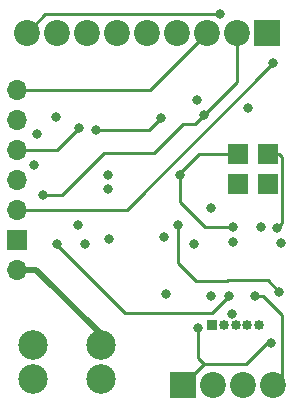
<source format=gbr>
%TF.GenerationSoftware,KiCad,Pcbnew,(7.0.0-0)*%
%TF.CreationDate,2023-02-23T11:22:35+01:00*%
%TF.ProjectId,KNeoPiX_v1.3,4b4e656f-5069-4585-9f76-312e332e6b69,rev?*%
%TF.SameCoordinates,Original*%
%TF.FileFunction,Copper,L2,Inr*%
%TF.FilePolarity,Positive*%
%FSLAX46Y46*%
G04 Gerber Fmt 4.6, Leading zero omitted, Abs format (unit mm)*
G04 Created by KiCad (PCBNEW (7.0.0-0)) date 2023-02-23 11:22:35*
%MOMM*%
%LPD*%
G01*
G04 APERTURE LIST*
%TA.AperFunction,ComponentPad*%
%ADD10C,1.875000*%
%TD*%
%TA.AperFunction,ComponentPad*%
%ADD11R,0.850000X0.850000*%
%TD*%
%TA.AperFunction,ComponentPad*%
%ADD12O,0.850000X0.850000*%
%TD*%
%TA.AperFunction,ComponentPad*%
%ADD13R,2.200000X2.200000*%
%TD*%
%TA.AperFunction,ComponentPad*%
%ADD14C,2.200000*%
%TD*%
%TA.AperFunction,ComponentPad*%
%ADD15O,1.700000X1.700000*%
%TD*%
%TA.AperFunction,ComponentPad*%
%ADD16R,1.700000X1.700000*%
%TD*%
%TA.AperFunction,ComponentPad*%
%ADD17C,2.500000*%
%TD*%
%TA.AperFunction,ViaPad*%
%ADD18C,0.800000*%
%TD*%
%TA.AperFunction,Conductor*%
%ADD19C,0.250000*%
%TD*%
%TA.AperFunction,Conductor*%
%ADD20C,0.500000*%
%TD*%
G04 APERTURE END LIST*
D10*
%TO.N,KNX+*%
%TO.C,H2*%
X120250000Y-124150000D03*
%TD*%
D11*
%TO.N,EXT_GND*%
%TO.C,J6*%
X129649999Y-122449999D03*
D12*
%TO.N,S_3V3*%
X130649999Y-122449999D03*
%TO.N,SWCLK*%
X131649999Y-122449999D03*
%TO.N,SWDIO*%
X132649999Y-122449999D03*
%TO.N,RESET*%
X133649999Y-122449999D03*
%TD*%
D13*
%TO.N,EXT_GND*%
%TO.C,J4*%
X127164999Y-127579999D03*
D14*
%TO.N,NEO_DATA0_OUT*%
X129705000Y-127580000D03*
%TO.N,NEO_DATA1_OUT*%
X132245000Y-127580000D03*
%TO.N,EXT_VCC_IN*%
X134785000Y-127580000D03*
%TD*%
D13*
%TO.N,EXT_GND*%
%TO.C,J3*%
X134269999Y-97739999D03*
D14*
%TO.N,S_3V3*%
X131730000Y-97740000D03*
%TO.N,KNX_5V*%
X129190000Y-97740000D03*
%TO.N,D1*%
X126650000Y-97740000D03*
%TO.N,D2*%
X124110000Y-97740000D03*
%TO.N,D3*%
X121570000Y-97740000D03*
%TO.N,D8*%
X119030000Y-97740000D03*
%TO.N,D9*%
X116490000Y-97740000D03*
%TO.N,D10*%
X113950000Y-97740000D03*
%TD*%
D15*
%TO.N,KNX+*%
%TO.C,GN1*%
X113139999Y-117779999D03*
D16*
%TO.N,KNX_GND*%
X113139999Y-115239999D03*
D15*
%TO.N,KNX_SAVE*%
X113139999Y-112699999D03*
%TO.N,KNX_RX*%
X113139999Y-110159999D03*
%TO.N,KNX_TX*%
X113139999Y-107619999D03*
%TO.N,KNX_3V3*%
X113139999Y-105079999D03*
%TO.N,KNX_5V*%
X113139999Y-102539999D03*
%TD*%
D17*
%TO.N,KNX+*%
%TO.C,J2*%
X120250000Y-127050000D03*
%TO.N,KNX_GND*%
X114500000Y-127050000D03*
%TD*%
D10*
%TO.N,KNX_GND*%
%TO.C,H1*%
X114500000Y-124150000D03*
%TD*%
D17*
%TO.N,KNX+*%
%TO.C,J1*%
X120230000Y-124130000D03*
%TO.N,KNX_GND*%
X114480000Y-124130000D03*
%TD*%
D16*
%TO.N,SWDIO*%
%TO.C,U1*%
X134386653Y-110557913D03*
%TO.N,SWCLK*%
X134386653Y-108017913D03*
%TO.N,RESET*%
X131846653Y-110557913D03*
%TO.N,EXT_GND*%
X131846653Y-108017913D03*
%TD*%
D18*
%TO.N,KNX_3V3*%
X131050000Y-120060000D03*
X116534900Y-115646000D03*
%TO.N,KNX_RX*%
X114849799Y-106275201D03*
X120827800Y-110924400D03*
%TO.N,KNX_TX*%
X118387400Y-105776300D03*
%TO.N,D0*%
X131410400Y-115470000D03*
X135450000Y-115510000D03*
%TO.N,D10*%
X130350000Y-96184100D03*
%TO.N,D3*%
X125605900Y-115048500D03*
%TO.N,D2*%
X128145900Y-115642800D03*
%TO.N,D1*%
X129550400Y-112560500D03*
%TO.N,KNX_GND*%
X119832900Y-105944400D03*
X120892700Y-115173600D03*
X125315700Y-104922900D03*
%TO.N,D4_SDA*%
X114600000Y-108925000D03*
X118908200Y-115594200D03*
%TO.N,D5_SCL*%
X118335000Y-114050500D03*
%TO.N,D6_TX*%
X120827800Y-109767400D03*
%TO.N,D7_RX*%
X116421600Y-104841500D03*
%TO.N,KNX_SAVE*%
X134845500Y-100289000D03*
%TO.N,EXT_GND*%
X134670000Y-123960000D03*
X128500000Y-122699500D03*
X125750000Y-119887416D03*
X131410400Y-114170000D03*
X133825000Y-114170500D03*
X126954900Y-109769200D03*
%TO.N,5V-MCU*%
X132661051Y-104088949D03*
%TO.N,EXT_VCC_OUT*%
X135349500Y-119650500D03*
X126775000Y-114000000D03*
%TO.N,S_3V3*%
X128968600Y-104697800D03*
X115314652Y-111448859D03*
X129556392Y-120053608D03*
%TO.N,EXT_VCC_IN*%
X133270000Y-120060000D03*
X128400000Y-103450000D03*
%TO.N,SWCLK*%
X135125000Y-114300000D03*
%TO.N,SWDIO*%
X131375000Y-121525000D03*
%TD*%
D19*
%TO.N,KNX_3V3*%
X129642100Y-121467900D02*
X122317900Y-121467900D01*
X131050000Y-120060000D02*
X129642100Y-121467900D01*
X122317900Y-121467900D02*
X116534900Y-115684900D01*
X116534900Y-115684900D02*
X116534900Y-115646000D01*
%TO.N,KNX_TX*%
X116543700Y-107620000D02*
X118387400Y-105776300D01*
X113140000Y-107620000D02*
X116543700Y-107620000D01*
%TO.N,D10*%
X130350000Y-96184100D02*
X115505900Y-96184100D01*
X115505900Y-96184100D02*
X113950000Y-97740000D01*
%TO.N,KNX_GND*%
X124294200Y-105944400D02*
X125315700Y-104922900D01*
X119832900Y-105944400D02*
X124294200Y-105944400D01*
%TO.N,KNX_SAVE*%
X134845500Y-100289000D02*
X122434500Y-112700000D01*
X122434500Y-112700000D02*
X113140000Y-112700000D01*
%TO.N,KNX_5V*%
X113140000Y-102540000D02*
X124390000Y-102540000D01*
X124390000Y-102540000D02*
X129190000Y-97740000D01*
D20*
%TO.N,KNX+*%
X113140000Y-117780000D02*
X114755000Y-117780000D01*
X114755000Y-117780000D02*
X120230000Y-123255000D01*
D19*
%TO.N,EXT_GND*%
X134315000Y-123960000D02*
X132522000Y-125753000D01*
X126954900Y-109769200D02*
X126954900Y-109585100D01*
X134670000Y-123960000D02*
X134315000Y-123960000D01*
X131410400Y-114170000D02*
X129045000Y-114170000D01*
X126954900Y-112079900D02*
X126954900Y-109769200D01*
X129045000Y-114170000D02*
X126954900Y-112079900D01*
X128500000Y-122699500D02*
X128500000Y-125261000D01*
X126954900Y-109585100D02*
X128520000Y-108020000D01*
X128520000Y-108020000D02*
X131802360Y-108020000D01*
X132522000Y-125753000D02*
X128992000Y-125753000D01*
X128500000Y-125261000D02*
X128992000Y-125753000D01*
X128992000Y-125753000D02*
X127165000Y-127580000D01*
%TO.N,EXT_VCC_OUT*%
X128300000Y-118750000D02*
X126775000Y-117225000D01*
X126775000Y-117225000D02*
X126775000Y-114000000D01*
X134374000Y-118675000D02*
X130975000Y-118675000D01*
X135349500Y-119650500D02*
X134374000Y-118675000D01*
X130900000Y-118750000D02*
X128300000Y-118750000D01*
X130975000Y-118675000D02*
X130900000Y-118750000D01*
%TO.N,S_3V3*%
X127160000Y-105440000D02*
X128226400Y-105440000D01*
X131730000Y-97740000D02*
X131730000Y-101936400D01*
X120500000Y-107890000D02*
X124710000Y-107890000D01*
X115314652Y-111448859D02*
X116941141Y-111448859D01*
X128226400Y-105440000D02*
X128968600Y-104697800D01*
X116941141Y-111448859D02*
X120500000Y-107890000D01*
X131730000Y-101936400D02*
X128968600Y-104697800D01*
X124710000Y-107890000D02*
X127160000Y-105440000D01*
%TO.N,EXT_VCC_IN*%
X133950000Y-120060000D02*
X133270000Y-120060000D01*
X135550000Y-121660000D02*
X135550000Y-126815000D01*
X133950000Y-120060000D02*
X135550000Y-121660000D01*
X135550000Y-126815000D02*
X134785000Y-127580000D01*
%TO.N,SWCLK*%
X135570500Y-108245500D02*
X135342914Y-108017914D01*
X135570500Y-113854500D02*
X135570500Y-108245500D01*
X135342914Y-108017914D02*
X134386654Y-108017914D01*
X135125000Y-114300000D02*
X135570500Y-113854500D01*
%TD*%
M02*

</source>
